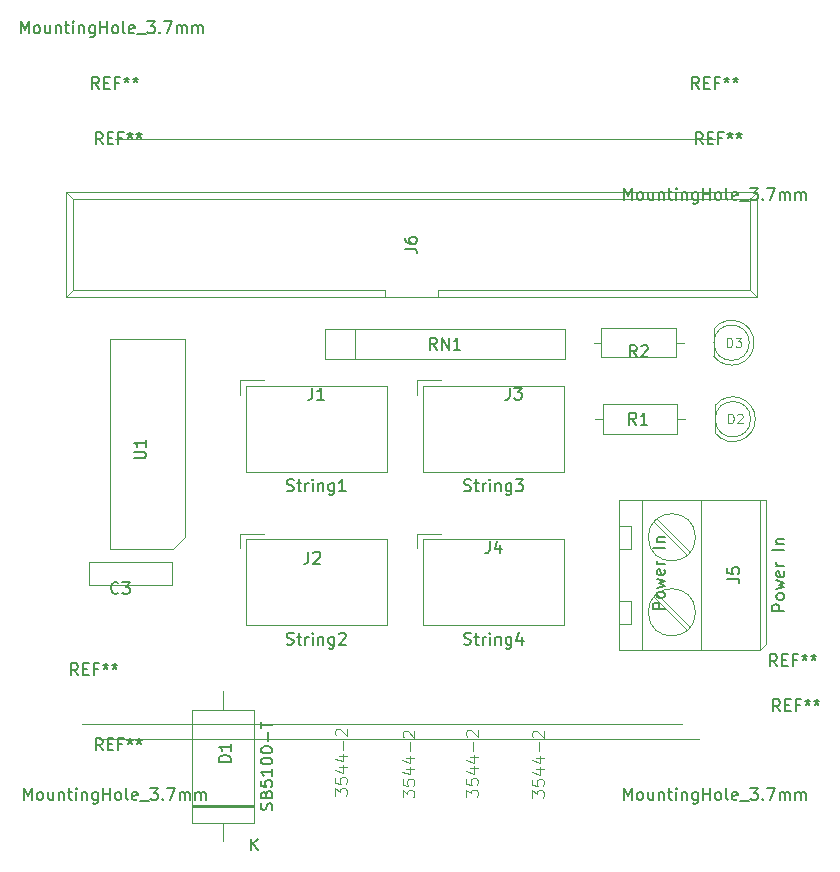
<source format=gbr>
G04 #@! TF.GenerationSoftware,KiCad,Pcbnew,(5.1.9)-1*
G04 #@! TF.CreationDate,2021-01-27T23:51:59-05:00*
G04 #@! TF.ProjectId,Four_Out,466f7572-5f4f-4757-942e-6b696361645f,v2*
G04 #@! TF.SameCoordinates,Original*
G04 #@! TF.FileFunction,Other,Fab,Top*
%FSLAX46Y46*%
G04 Gerber Fmt 4.6, Leading zero omitted, Abs format (unit mm)*
G04 Created by KiCad (PCBNEW (5.1.9)-1) date 2021-01-27 23:51:59*
%MOMM*%
%LPD*%
G01*
G04 APERTURE LIST*
%ADD10C,0.120000*%
%ADD11C,0.100000*%
%ADD12C,0.152400*%
%ADD13C,0.150000*%
%ADD14C,0.050000*%
G04 APERTURE END LIST*
D10*
X71431000Y-142239800D02*
X122231000Y-142239800D01*
X72731000Y-91439800D02*
X123531000Y-91439800D01*
X69931000Y-140969800D02*
X120731000Y-140969800D01*
D11*
X70551000Y-127217800D02*
X70551000Y-129217800D01*
X70551000Y-129217800D02*
X77551000Y-129217800D01*
X77551000Y-129217800D02*
X77551000Y-127217800D01*
X77551000Y-127217800D02*
X70551000Y-127217800D01*
X121901000Y-131517800D02*
G75*
G03*
X121901000Y-131517800I-2000000J0D01*
G01*
X121901000Y-125167800D02*
G75*
G03*
X121901000Y-125167800I-2000000J0D01*
G01*
X115401000Y-134692800D02*
X115401000Y-121992800D01*
X115401000Y-121992800D02*
X127901000Y-121992800D01*
X127901000Y-121992800D02*
X127901000Y-134192800D01*
X127901000Y-134192800D02*
X127401000Y-134692800D01*
X127401000Y-134692800D02*
X115401000Y-134692800D01*
X127401000Y-134692800D02*
X127401000Y-121992800D01*
X122401000Y-134692800D02*
X122401000Y-121992800D01*
X117401000Y-134692800D02*
X117401000Y-121992800D01*
X118628000Y-130000800D02*
X121418000Y-132790800D01*
X118384000Y-130244800D02*
X121174000Y-133034800D01*
X115401000Y-132517800D02*
X116401000Y-132517800D01*
X116401000Y-132517800D02*
X116401000Y-130517800D01*
X116401000Y-130517800D02*
X115401000Y-130517800D01*
X115401000Y-130517800D02*
X115401000Y-132517800D01*
X118628000Y-123650800D02*
X121418000Y-126439800D01*
X118384000Y-123894800D02*
X121174000Y-126683800D01*
X115401000Y-126167800D02*
X116401000Y-126167800D01*
X116401000Y-126167800D02*
X116401000Y-124167800D01*
X116401000Y-124167800D02*
X115401000Y-124167800D01*
X115401000Y-124167800D02*
X115401000Y-126167800D01*
X77666000Y-126137800D02*
X72316000Y-126137800D01*
X72316000Y-126137800D02*
X72316000Y-108357800D01*
X72316000Y-108357800D02*
X78666000Y-108357800D01*
X78666000Y-108357800D02*
X78666000Y-125137800D01*
X78666000Y-125137800D02*
X77666000Y-126137800D01*
X113935000Y-107441800D02*
X113935000Y-109941800D01*
X113935000Y-109941800D02*
X120235000Y-109941800D01*
X120235000Y-109941800D02*
X120235000Y-107441800D01*
X120235000Y-107441800D02*
X113935000Y-107441800D01*
X113275000Y-108691800D02*
X113935000Y-108691800D01*
X120895000Y-108691800D02*
X120235000Y-108691800D01*
X123571000Y-114001610D02*
X123571000Y-116333990D01*
X126571000Y-115167800D02*
G75*
G03*
X126571000Y-115167800I-1500000J0D01*
G01*
X123570445Y-116333276D02*
G75*
G03*
X123571000Y-114001610I1500555J1165476D01*
G01*
X123459000Y-107525610D02*
X123459000Y-109857990D01*
X126459000Y-108691800D02*
G75*
G03*
X126459000Y-108691800I-1500000J0D01*
G01*
X123458445Y-109857276D02*
G75*
G03*
X123459000Y-107525610I1500555J1165476D01*
G01*
X114061000Y-113917800D02*
X114061000Y-116417800D01*
X114061000Y-116417800D02*
X120361000Y-116417800D01*
X120361000Y-116417800D02*
X120361000Y-113917800D01*
X120361000Y-113917800D02*
X114061000Y-113917800D01*
X113401000Y-115167800D02*
X114061000Y-115167800D01*
X121021000Y-115167800D02*
X120361000Y-115167800D01*
X68621000Y-95962800D02*
X127081000Y-95962800D01*
X69161000Y-96512800D02*
X126521000Y-96512800D01*
X68621000Y-104812800D02*
X127081000Y-104812800D01*
X69161000Y-104262800D02*
X95601000Y-104262800D01*
X100101000Y-104262800D02*
X126521000Y-104262800D01*
X95601000Y-104262800D02*
X95601000Y-104812800D01*
X100101000Y-104262800D02*
X100101000Y-104812800D01*
X68621000Y-95962800D02*
X68621000Y-104812800D01*
X69161000Y-96512800D02*
X69161000Y-104262800D01*
X127081000Y-95962800D02*
X127081000Y-104812800D01*
X126521000Y-96512800D02*
X126521000Y-104262800D01*
X68621000Y-95962800D02*
X69161000Y-96512800D01*
X127081000Y-95962800D02*
X126521000Y-96512800D01*
X68621000Y-104812800D02*
X69161000Y-104262800D01*
X127081000Y-104812800D02*
X126521000Y-104262800D01*
X98850000Y-112350000D02*
X98850000Y-119600000D01*
X98850000Y-119600000D02*
X110750000Y-119600000D01*
X110750000Y-119600000D02*
X110750000Y-112350000D01*
X110750000Y-112350000D02*
X98850000Y-112350000D01*
X98350000Y-113100000D02*
X98350000Y-111850000D01*
X98350000Y-111850000D02*
X100350000Y-111850000D01*
X79301000Y-149317800D02*
X84501000Y-149317800D01*
X84501000Y-149317800D02*
X84501000Y-139817800D01*
X84501000Y-139817800D02*
X79301000Y-139817800D01*
X79301000Y-139817800D02*
X79301000Y-149317800D01*
X81901000Y-150917800D02*
X81901000Y-149317800D01*
X81901000Y-138217800D02*
X81901000Y-139817800D01*
X79301000Y-147892800D02*
X84501000Y-147892800D01*
X79301000Y-147792800D02*
X84501000Y-147792800D01*
X79301000Y-147992800D02*
X84501000Y-147992800D01*
X90511000Y-107563600D02*
X90511000Y-110063600D01*
X90511000Y-110063600D02*
X110871000Y-110063600D01*
X110871000Y-110063600D02*
X110871000Y-107563600D01*
X110871000Y-107563600D02*
X90511000Y-107563600D01*
X93071000Y-107563600D02*
X93071000Y-110063600D01*
X98850000Y-125350000D02*
X98850000Y-132600000D01*
X98850000Y-132600000D02*
X110750000Y-132600000D01*
X110750000Y-132600000D02*
X110750000Y-125350000D01*
X110750000Y-125350000D02*
X98850000Y-125350000D01*
X98350000Y-126100000D02*
X98350000Y-124850000D01*
X98350000Y-124850000D02*
X100350000Y-124850000D01*
X83850000Y-125350000D02*
X83850000Y-132600000D01*
X83850000Y-132600000D02*
X95750000Y-132600000D01*
X95750000Y-132600000D02*
X95750000Y-125350000D01*
X95750000Y-125350000D02*
X83850000Y-125350000D01*
X83350000Y-126100000D02*
X83350000Y-124850000D01*
X83350000Y-124850000D02*
X85350000Y-124850000D01*
X83850000Y-112350000D02*
X83850000Y-119600000D01*
X83850000Y-119600000D02*
X95750000Y-119600000D01*
X95750000Y-119600000D02*
X95750000Y-112350000D01*
X95750000Y-112350000D02*
X83850000Y-112350000D01*
X83350000Y-113100000D02*
X83350000Y-111850000D01*
X83350000Y-111850000D02*
X85350000Y-111850000D01*
D12*
X119296180Y-131259019D02*
X118296180Y-131259019D01*
X118296180Y-130878066D01*
X118343800Y-130782828D01*
X118391419Y-130735209D01*
X118486657Y-130687590D01*
X118629514Y-130687590D01*
X118724752Y-130735209D01*
X118772371Y-130782828D01*
X118819990Y-130878066D01*
X118819990Y-131259019D01*
X119296180Y-130116161D02*
X119248561Y-130211400D01*
X119200942Y-130259019D01*
X119105704Y-130306638D01*
X118819990Y-130306638D01*
X118724752Y-130259019D01*
X118677133Y-130211400D01*
X118629514Y-130116161D01*
X118629514Y-129973304D01*
X118677133Y-129878066D01*
X118724752Y-129830447D01*
X118819990Y-129782828D01*
X119105704Y-129782828D01*
X119200942Y-129830447D01*
X119248561Y-129878066D01*
X119296180Y-129973304D01*
X119296180Y-130116161D01*
X118629514Y-129449495D02*
X119296180Y-129259019D01*
X118819990Y-129068542D01*
X119296180Y-128878066D01*
X118629514Y-128687590D01*
X119248561Y-127925685D02*
X119296180Y-128020923D01*
X119296180Y-128211400D01*
X119248561Y-128306638D01*
X119153323Y-128354257D01*
X118772371Y-128354257D01*
X118677133Y-128306638D01*
X118629514Y-128211400D01*
X118629514Y-128020923D01*
X118677133Y-127925685D01*
X118772371Y-127878066D01*
X118867609Y-127878066D01*
X118962847Y-128354257D01*
X119296180Y-127449495D02*
X118629514Y-127449495D01*
X118819990Y-127449495D02*
X118724752Y-127401876D01*
X118677133Y-127354257D01*
X118629514Y-127259019D01*
X118629514Y-127163780D01*
X119296180Y-126068542D02*
X118296180Y-126068542D01*
X118629514Y-125592352D02*
X119296180Y-125592352D01*
X118724752Y-125592352D02*
X118677133Y-125544733D01*
X118629514Y-125449495D01*
X118629514Y-125306638D01*
X118677133Y-125211400D01*
X118772371Y-125163780D01*
X119296180Y-125163780D01*
D13*
X73034333Y-129874942D02*
X72986714Y-129922561D01*
X72843857Y-129970180D01*
X72748619Y-129970180D01*
X72605761Y-129922561D01*
X72510523Y-129827323D01*
X72462904Y-129732085D01*
X72415285Y-129541609D01*
X72415285Y-129398752D01*
X72462904Y-129208276D01*
X72510523Y-129113038D01*
X72605761Y-129017800D01*
X72748619Y-128970180D01*
X72843857Y-128970180D01*
X72986714Y-129017800D01*
X73034333Y-129065419D01*
X73367666Y-128970180D02*
X73986714Y-128970180D01*
X73653380Y-129351133D01*
X73796238Y-129351133D01*
X73891476Y-129398752D01*
X73939095Y-129446371D01*
X73986714Y-129541609D01*
X73986714Y-129779704D01*
X73939095Y-129874942D01*
X73891476Y-129922561D01*
X73796238Y-129970180D01*
X73510523Y-129970180D01*
X73415285Y-129922561D01*
X73367666Y-129874942D01*
X129413380Y-131390419D02*
X128413380Y-131390419D01*
X128413380Y-131009466D01*
X128461000Y-130914228D01*
X128508619Y-130866609D01*
X128603857Y-130818990D01*
X128746714Y-130818990D01*
X128841952Y-130866609D01*
X128889571Y-130914228D01*
X128937190Y-131009466D01*
X128937190Y-131390419D01*
X129413380Y-130247561D02*
X129365761Y-130342800D01*
X129318142Y-130390419D01*
X129222904Y-130438038D01*
X128937190Y-130438038D01*
X128841952Y-130390419D01*
X128794333Y-130342800D01*
X128746714Y-130247561D01*
X128746714Y-130104704D01*
X128794333Y-130009466D01*
X128841952Y-129961847D01*
X128937190Y-129914228D01*
X129222904Y-129914228D01*
X129318142Y-129961847D01*
X129365761Y-130009466D01*
X129413380Y-130104704D01*
X129413380Y-130247561D01*
X128746714Y-129580895D02*
X129413380Y-129390419D01*
X128937190Y-129199942D01*
X129413380Y-129009466D01*
X128746714Y-128818990D01*
X129365761Y-128057085D02*
X129413380Y-128152323D01*
X129413380Y-128342800D01*
X129365761Y-128438038D01*
X129270523Y-128485657D01*
X128889571Y-128485657D01*
X128794333Y-128438038D01*
X128746714Y-128342800D01*
X128746714Y-128152323D01*
X128794333Y-128057085D01*
X128889571Y-128009466D01*
X128984809Y-128009466D01*
X129080047Y-128485657D01*
X129413380Y-127580895D02*
X128746714Y-127580895D01*
X128937190Y-127580895D02*
X128841952Y-127533276D01*
X128794333Y-127485657D01*
X128746714Y-127390419D01*
X128746714Y-127295180D01*
X129413380Y-126199942D02*
X128413380Y-126199942D01*
X128746714Y-125723752D02*
X129413380Y-125723752D01*
X128841952Y-125723752D02*
X128794333Y-125676133D01*
X128746714Y-125580895D01*
X128746714Y-125438038D01*
X128794333Y-125342800D01*
X128889571Y-125295180D01*
X129413380Y-125295180D01*
X124603380Y-128676133D02*
X125317666Y-128676133D01*
X125460523Y-128723752D01*
X125555761Y-128818990D01*
X125603380Y-128961847D01*
X125603380Y-129057085D01*
X124603380Y-127723752D02*
X124603380Y-128199942D01*
X125079571Y-128247561D01*
X125031952Y-128199942D01*
X124984333Y-128104704D01*
X124984333Y-127866609D01*
X125031952Y-127771371D01*
X125079571Y-127723752D01*
X125174809Y-127676133D01*
X125412904Y-127676133D01*
X125508142Y-127723752D01*
X125555761Y-127771371D01*
X125603380Y-127866609D01*
X125603380Y-128104704D01*
X125555761Y-128199942D01*
X125508142Y-128247561D01*
X74353380Y-118479704D02*
X75162904Y-118479704D01*
X75258142Y-118432085D01*
X75305761Y-118384466D01*
X75353380Y-118289228D01*
X75353380Y-118098752D01*
X75305761Y-118003514D01*
X75258142Y-117955895D01*
X75162904Y-117908276D01*
X74353380Y-117908276D01*
X75353380Y-116908276D02*
X75353380Y-117479704D01*
X75353380Y-117193990D02*
X74353380Y-117193990D01*
X74496238Y-117289228D01*
X74591476Y-117384466D01*
X74639095Y-117479704D01*
X122197666Y-87192180D02*
X121864333Y-86715990D01*
X121626238Y-87192180D02*
X121626238Y-86192180D01*
X122007190Y-86192180D01*
X122102428Y-86239800D01*
X122150047Y-86287419D01*
X122197666Y-86382657D01*
X122197666Y-86525514D01*
X122150047Y-86620752D01*
X122102428Y-86668371D01*
X122007190Y-86715990D01*
X121626238Y-86715990D01*
X122626238Y-86668371D02*
X122959571Y-86668371D01*
X123102428Y-87192180D02*
X122626238Y-87192180D01*
X122626238Y-86192180D01*
X123102428Y-86192180D01*
X123864333Y-86668371D02*
X123531000Y-86668371D01*
X123531000Y-87192180D02*
X123531000Y-86192180D01*
X124007190Y-86192180D01*
X124531000Y-86192180D02*
X124531000Y-86430276D01*
X124292904Y-86335038D02*
X124531000Y-86430276D01*
X124769095Y-86335038D01*
X124388142Y-86620752D02*
X124531000Y-86430276D01*
X124673857Y-86620752D01*
X125292904Y-86192180D02*
X125292904Y-86430276D01*
X125054809Y-86335038D02*
X125292904Y-86430276D01*
X125531000Y-86335038D01*
X125150047Y-86620752D02*
X125292904Y-86430276D01*
X125435761Y-86620752D01*
X115840523Y-96592180D02*
X115840523Y-95592180D01*
X116173857Y-96306466D01*
X116507190Y-95592180D01*
X116507190Y-96592180D01*
X117126238Y-96592180D02*
X117031000Y-96544561D01*
X116983380Y-96496942D01*
X116935761Y-96401704D01*
X116935761Y-96115990D01*
X116983380Y-96020752D01*
X117031000Y-95973133D01*
X117126238Y-95925514D01*
X117269095Y-95925514D01*
X117364333Y-95973133D01*
X117411952Y-96020752D01*
X117459571Y-96115990D01*
X117459571Y-96401704D01*
X117411952Y-96496942D01*
X117364333Y-96544561D01*
X117269095Y-96592180D01*
X117126238Y-96592180D01*
X118316714Y-95925514D02*
X118316714Y-96592180D01*
X117888142Y-95925514D02*
X117888142Y-96449323D01*
X117935761Y-96544561D01*
X118031000Y-96592180D01*
X118173857Y-96592180D01*
X118269095Y-96544561D01*
X118316714Y-96496942D01*
X118792904Y-95925514D02*
X118792904Y-96592180D01*
X118792904Y-96020752D02*
X118840523Y-95973133D01*
X118935761Y-95925514D01*
X119078619Y-95925514D01*
X119173857Y-95973133D01*
X119221476Y-96068371D01*
X119221476Y-96592180D01*
X119554809Y-95925514D02*
X119935761Y-95925514D01*
X119697666Y-95592180D02*
X119697666Y-96449323D01*
X119745285Y-96544561D01*
X119840523Y-96592180D01*
X119935761Y-96592180D01*
X120269095Y-96592180D02*
X120269095Y-95925514D01*
X120269095Y-95592180D02*
X120221476Y-95639800D01*
X120269095Y-95687419D01*
X120316714Y-95639800D01*
X120269095Y-95592180D01*
X120269095Y-95687419D01*
X120745285Y-95925514D02*
X120745285Y-96592180D01*
X120745285Y-96020752D02*
X120792904Y-95973133D01*
X120888142Y-95925514D01*
X121031000Y-95925514D01*
X121126238Y-95973133D01*
X121173857Y-96068371D01*
X121173857Y-96592180D01*
X122078619Y-95925514D02*
X122078619Y-96735038D01*
X122031000Y-96830276D01*
X121983380Y-96877895D01*
X121888142Y-96925514D01*
X121745285Y-96925514D01*
X121650047Y-96877895D01*
X122078619Y-96544561D02*
X121983380Y-96592180D01*
X121792904Y-96592180D01*
X121697666Y-96544561D01*
X121650047Y-96496942D01*
X121602428Y-96401704D01*
X121602428Y-96115990D01*
X121650047Y-96020752D01*
X121697666Y-95973133D01*
X121792904Y-95925514D01*
X121983380Y-95925514D01*
X122078619Y-95973133D01*
X122554809Y-96592180D02*
X122554809Y-95592180D01*
X122554809Y-96068371D02*
X123126238Y-96068371D01*
X123126238Y-96592180D02*
X123126238Y-95592180D01*
X123745285Y-96592180D02*
X123650047Y-96544561D01*
X123602428Y-96496942D01*
X123554809Y-96401704D01*
X123554809Y-96115990D01*
X123602428Y-96020752D01*
X123650047Y-95973133D01*
X123745285Y-95925514D01*
X123888142Y-95925514D01*
X123983380Y-95973133D01*
X124031000Y-96020752D01*
X124078619Y-96115990D01*
X124078619Y-96401704D01*
X124031000Y-96496942D01*
X123983380Y-96544561D01*
X123888142Y-96592180D01*
X123745285Y-96592180D01*
X124650047Y-96592180D02*
X124554809Y-96544561D01*
X124507190Y-96449323D01*
X124507190Y-95592180D01*
X125411952Y-96544561D02*
X125316714Y-96592180D01*
X125126238Y-96592180D01*
X125031000Y-96544561D01*
X124983380Y-96449323D01*
X124983380Y-96068371D01*
X125031000Y-95973133D01*
X125126238Y-95925514D01*
X125316714Y-95925514D01*
X125411952Y-95973133D01*
X125459571Y-96068371D01*
X125459571Y-96163609D01*
X124983380Y-96258847D01*
X125650047Y-96687419D02*
X126411952Y-96687419D01*
X126554809Y-95592180D02*
X127173857Y-95592180D01*
X126840523Y-95973133D01*
X126983380Y-95973133D01*
X127078619Y-96020752D01*
X127126238Y-96068371D01*
X127173857Y-96163609D01*
X127173857Y-96401704D01*
X127126238Y-96496942D01*
X127078619Y-96544561D01*
X126983380Y-96592180D01*
X126697666Y-96592180D01*
X126602428Y-96544561D01*
X126554809Y-96496942D01*
X127602428Y-96496942D02*
X127650047Y-96544561D01*
X127602428Y-96592180D01*
X127554809Y-96544561D01*
X127602428Y-96496942D01*
X127602428Y-96592180D01*
X127983380Y-95592180D02*
X128650047Y-95592180D01*
X128221476Y-96592180D01*
X129030999Y-96592180D02*
X129030999Y-95925514D01*
X129030999Y-96020752D02*
X129078619Y-95973133D01*
X129173857Y-95925514D01*
X129316714Y-95925514D01*
X129411952Y-95973133D01*
X129459571Y-96068371D01*
X129459571Y-96592180D01*
X129459571Y-96068371D02*
X129507190Y-95973133D01*
X129602428Y-95925514D01*
X129745285Y-95925514D01*
X129840523Y-95973133D01*
X129888142Y-96068371D01*
X129888142Y-96592180D01*
X130364333Y-96592180D02*
X130364333Y-95925514D01*
X130364333Y-96020752D02*
X130411952Y-95973133D01*
X130507190Y-95925514D01*
X130650047Y-95925514D01*
X130745285Y-95973133D01*
X130792904Y-96068371D01*
X130792904Y-96592180D01*
X130792904Y-96068371D02*
X130840523Y-95973133D01*
X130935761Y-95925514D01*
X131078619Y-95925514D01*
X131173857Y-95973133D01*
X131221476Y-96068371D01*
X131221476Y-96592180D01*
X122497666Y-91892180D02*
X122164333Y-91415990D01*
X121926238Y-91892180D02*
X121926238Y-90892180D01*
X122307190Y-90892180D01*
X122402428Y-90939800D01*
X122450047Y-90987419D01*
X122497666Y-91082657D01*
X122497666Y-91225514D01*
X122450047Y-91320752D01*
X122402428Y-91368371D01*
X122307190Y-91415990D01*
X121926238Y-91415990D01*
X122926238Y-91368371D02*
X123259571Y-91368371D01*
X123402428Y-91892180D02*
X122926238Y-91892180D01*
X122926238Y-90892180D01*
X123402428Y-90892180D01*
X124164333Y-91368371D02*
X123831000Y-91368371D01*
X123831000Y-91892180D02*
X123831000Y-90892180D01*
X124307190Y-90892180D01*
X124831000Y-90892180D02*
X124831000Y-91130276D01*
X124592904Y-91035038D02*
X124831000Y-91130276D01*
X125069095Y-91035038D01*
X124688142Y-91320752D02*
X124831000Y-91130276D01*
X124973857Y-91320752D01*
X125592904Y-90892180D02*
X125592904Y-91130276D01*
X125354809Y-91035038D02*
X125592904Y-91130276D01*
X125831000Y-91035038D01*
X125450047Y-91320752D02*
X125592904Y-91130276D01*
X125735761Y-91320752D01*
X71397666Y-87192180D02*
X71064333Y-86715990D01*
X70826238Y-87192180D02*
X70826238Y-86192180D01*
X71207190Y-86192180D01*
X71302428Y-86239800D01*
X71350047Y-86287419D01*
X71397666Y-86382657D01*
X71397666Y-86525514D01*
X71350047Y-86620752D01*
X71302428Y-86668371D01*
X71207190Y-86715990D01*
X70826238Y-86715990D01*
X71826238Y-86668371D02*
X72159571Y-86668371D01*
X72302428Y-87192180D02*
X71826238Y-87192180D01*
X71826238Y-86192180D01*
X72302428Y-86192180D01*
X73064333Y-86668371D02*
X72731000Y-86668371D01*
X72731000Y-87192180D02*
X72731000Y-86192180D01*
X73207190Y-86192180D01*
X73731000Y-86192180D02*
X73731000Y-86430276D01*
X73492904Y-86335038D02*
X73731000Y-86430276D01*
X73969095Y-86335038D01*
X73588142Y-86620752D02*
X73731000Y-86430276D01*
X73873857Y-86620752D01*
X74492904Y-86192180D02*
X74492904Y-86430276D01*
X74254809Y-86335038D02*
X74492904Y-86430276D01*
X74731000Y-86335038D01*
X74350047Y-86620752D02*
X74492904Y-86430276D01*
X74635761Y-86620752D01*
X64786523Y-82494180D02*
X64786523Y-81494180D01*
X65119857Y-82208466D01*
X65453190Y-81494180D01*
X65453190Y-82494180D01*
X66072238Y-82494180D02*
X65976999Y-82446561D01*
X65929380Y-82398942D01*
X65881761Y-82303704D01*
X65881761Y-82017990D01*
X65929380Y-81922752D01*
X65976999Y-81875133D01*
X66072238Y-81827514D01*
X66215095Y-81827514D01*
X66310333Y-81875133D01*
X66357952Y-81922752D01*
X66405571Y-82017990D01*
X66405571Y-82303704D01*
X66357952Y-82398942D01*
X66310333Y-82446561D01*
X66215095Y-82494180D01*
X66072238Y-82494180D01*
X67262714Y-81827514D02*
X67262714Y-82494180D01*
X66834142Y-81827514D02*
X66834142Y-82351323D01*
X66881761Y-82446561D01*
X66976999Y-82494180D01*
X67119857Y-82494180D01*
X67215095Y-82446561D01*
X67262714Y-82398942D01*
X67738904Y-81827514D02*
X67738904Y-82494180D01*
X67738904Y-81922752D02*
X67786523Y-81875133D01*
X67881761Y-81827514D01*
X68024619Y-81827514D01*
X68119857Y-81875133D01*
X68167476Y-81970371D01*
X68167476Y-82494180D01*
X68500809Y-81827514D02*
X68881761Y-81827514D01*
X68643666Y-81494180D02*
X68643666Y-82351323D01*
X68691285Y-82446561D01*
X68786523Y-82494180D01*
X68881761Y-82494180D01*
X69215095Y-82494180D02*
X69215095Y-81827514D01*
X69215095Y-81494180D02*
X69167476Y-81541800D01*
X69215095Y-81589419D01*
X69262714Y-81541800D01*
X69215095Y-81494180D01*
X69215095Y-81589419D01*
X69691285Y-81827514D02*
X69691285Y-82494180D01*
X69691285Y-81922752D02*
X69738904Y-81875133D01*
X69834142Y-81827514D01*
X69977000Y-81827514D01*
X70072238Y-81875133D01*
X70119857Y-81970371D01*
X70119857Y-82494180D01*
X71024619Y-81827514D02*
X71024619Y-82637038D01*
X70977000Y-82732276D01*
X70929380Y-82779895D01*
X70834142Y-82827514D01*
X70691285Y-82827514D01*
X70596047Y-82779895D01*
X71024619Y-82446561D02*
X70929380Y-82494180D01*
X70738904Y-82494180D01*
X70643666Y-82446561D01*
X70596047Y-82398942D01*
X70548428Y-82303704D01*
X70548428Y-82017990D01*
X70596047Y-81922752D01*
X70643666Y-81875133D01*
X70738904Y-81827514D01*
X70929380Y-81827514D01*
X71024619Y-81875133D01*
X71500809Y-82494180D02*
X71500809Y-81494180D01*
X71500809Y-81970371D02*
X72072238Y-81970371D01*
X72072238Y-82494180D02*
X72072238Y-81494180D01*
X72691285Y-82494180D02*
X72596047Y-82446561D01*
X72548428Y-82398942D01*
X72500809Y-82303704D01*
X72500809Y-82017990D01*
X72548428Y-81922752D01*
X72596047Y-81875133D01*
X72691285Y-81827514D01*
X72834142Y-81827514D01*
X72929380Y-81875133D01*
X72977000Y-81922752D01*
X73024619Y-82017990D01*
X73024619Y-82303704D01*
X72977000Y-82398942D01*
X72929380Y-82446561D01*
X72834142Y-82494180D01*
X72691285Y-82494180D01*
X73596047Y-82494180D02*
X73500809Y-82446561D01*
X73453190Y-82351323D01*
X73453190Y-81494180D01*
X74357952Y-82446561D02*
X74262714Y-82494180D01*
X74072238Y-82494180D01*
X73977000Y-82446561D01*
X73929380Y-82351323D01*
X73929380Y-81970371D01*
X73977000Y-81875133D01*
X74072238Y-81827514D01*
X74262714Y-81827514D01*
X74357952Y-81875133D01*
X74405571Y-81970371D01*
X74405571Y-82065609D01*
X73929380Y-82160847D01*
X74596047Y-82589419D02*
X75357952Y-82589419D01*
X75500809Y-81494180D02*
X76119857Y-81494180D01*
X75786523Y-81875133D01*
X75929380Y-81875133D01*
X76024619Y-81922752D01*
X76072238Y-81970371D01*
X76119857Y-82065609D01*
X76119857Y-82303704D01*
X76072238Y-82398942D01*
X76024619Y-82446561D01*
X75929380Y-82494180D01*
X75643666Y-82494180D01*
X75548428Y-82446561D01*
X75500809Y-82398942D01*
X76548428Y-82398942D02*
X76596047Y-82446561D01*
X76548428Y-82494180D01*
X76500809Y-82446561D01*
X76548428Y-82398942D01*
X76548428Y-82494180D01*
X76929380Y-81494180D02*
X77596047Y-81494180D01*
X77167476Y-82494180D01*
X77976999Y-82494180D02*
X77976999Y-81827514D01*
X77976999Y-81922752D02*
X78024619Y-81875133D01*
X78119857Y-81827514D01*
X78262714Y-81827514D01*
X78357952Y-81875133D01*
X78405571Y-81970371D01*
X78405571Y-82494180D01*
X78405571Y-81970371D02*
X78453190Y-81875133D01*
X78548428Y-81827514D01*
X78691285Y-81827514D01*
X78786523Y-81875133D01*
X78834142Y-81970371D01*
X78834142Y-82494180D01*
X79310333Y-82494180D02*
X79310333Y-81827514D01*
X79310333Y-81922752D02*
X79357952Y-81875133D01*
X79453190Y-81827514D01*
X79596047Y-81827514D01*
X79691285Y-81875133D01*
X79738904Y-81970371D01*
X79738904Y-82494180D01*
X79738904Y-81970371D02*
X79786523Y-81875133D01*
X79881761Y-81827514D01*
X80024619Y-81827514D01*
X80119857Y-81875133D01*
X80167476Y-81970371D01*
X80167476Y-82494180D01*
X71697666Y-91892180D02*
X71364333Y-91415990D01*
X71126238Y-91892180D02*
X71126238Y-90892180D01*
X71507190Y-90892180D01*
X71602428Y-90939800D01*
X71650047Y-90987419D01*
X71697666Y-91082657D01*
X71697666Y-91225514D01*
X71650047Y-91320752D01*
X71602428Y-91368371D01*
X71507190Y-91415990D01*
X71126238Y-91415990D01*
X72126238Y-91368371D02*
X72459571Y-91368371D01*
X72602428Y-91892180D02*
X72126238Y-91892180D01*
X72126238Y-90892180D01*
X72602428Y-90892180D01*
X73364333Y-91368371D02*
X73031000Y-91368371D01*
X73031000Y-91892180D02*
X73031000Y-90892180D01*
X73507190Y-90892180D01*
X74031000Y-90892180D02*
X74031000Y-91130276D01*
X73792904Y-91035038D02*
X74031000Y-91130276D01*
X74269095Y-91035038D01*
X73888142Y-91320752D02*
X74031000Y-91130276D01*
X74173857Y-91320752D01*
X74792904Y-90892180D02*
X74792904Y-91130276D01*
X74554809Y-91035038D02*
X74792904Y-91130276D01*
X75031000Y-91035038D01*
X74650047Y-91320752D02*
X74792904Y-91130276D01*
X74935761Y-91320752D01*
X129055666Y-139898180D02*
X128722333Y-139421990D01*
X128484238Y-139898180D02*
X128484238Y-138898180D01*
X128865190Y-138898180D01*
X128960428Y-138945800D01*
X129008047Y-138993419D01*
X129055666Y-139088657D01*
X129055666Y-139231514D01*
X129008047Y-139326752D01*
X128960428Y-139374371D01*
X128865190Y-139421990D01*
X128484238Y-139421990D01*
X129484238Y-139374371D02*
X129817571Y-139374371D01*
X129960428Y-139898180D02*
X129484238Y-139898180D01*
X129484238Y-138898180D01*
X129960428Y-138898180D01*
X130722333Y-139374371D02*
X130389000Y-139374371D01*
X130389000Y-139898180D02*
X130389000Y-138898180D01*
X130865190Y-138898180D01*
X131389000Y-138898180D02*
X131389000Y-139136276D01*
X131150904Y-139041038D02*
X131389000Y-139136276D01*
X131627095Y-139041038D01*
X131246142Y-139326752D02*
X131389000Y-139136276D01*
X131531857Y-139326752D01*
X132150904Y-138898180D02*
X132150904Y-139136276D01*
X131912809Y-139041038D02*
X132150904Y-139136276D01*
X132389000Y-139041038D01*
X132008047Y-139326752D02*
X132150904Y-139136276D01*
X132293761Y-139326752D01*
X115840523Y-147392180D02*
X115840523Y-146392180D01*
X116173857Y-147106466D01*
X116507190Y-146392180D01*
X116507190Y-147392180D01*
X117126238Y-147392180D02*
X117031000Y-147344561D01*
X116983380Y-147296942D01*
X116935761Y-147201704D01*
X116935761Y-146915990D01*
X116983380Y-146820752D01*
X117031000Y-146773133D01*
X117126238Y-146725514D01*
X117269095Y-146725514D01*
X117364333Y-146773133D01*
X117411952Y-146820752D01*
X117459571Y-146915990D01*
X117459571Y-147201704D01*
X117411952Y-147296942D01*
X117364333Y-147344561D01*
X117269095Y-147392180D01*
X117126238Y-147392180D01*
X118316714Y-146725514D02*
X118316714Y-147392180D01*
X117888142Y-146725514D02*
X117888142Y-147249323D01*
X117935761Y-147344561D01*
X118031000Y-147392180D01*
X118173857Y-147392180D01*
X118269095Y-147344561D01*
X118316714Y-147296942D01*
X118792904Y-146725514D02*
X118792904Y-147392180D01*
X118792904Y-146820752D02*
X118840523Y-146773133D01*
X118935761Y-146725514D01*
X119078619Y-146725514D01*
X119173857Y-146773133D01*
X119221476Y-146868371D01*
X119221476Y-147392180D01*
X119554809Y-146725514D02*
X119935761Y-146725514D01*
X119697666Y-146392180D02*
X119697666Y-147249323D01*
X119745285Y-147344561D01*
X119840523Y-147392180D01*
X119935761Y-147392180D01*
X120269095Y-147392180D02*
X120269095Y-146725514D01*
X120269095Y-146392180D02*
X120221476Y-146439800D01*
X120269095Y-146487419D01*
X120316714Y-146439800D01*
X120269095Y-146392180D01*
X120269095Y-146487419D01*
X120745285Y-146725514D02*
X120745285Y-147392180D01*
X120745285Y-146820752D02*
X120792904Y-146773133D01*
X120888142Y-146725514D01*
X121031000Y-146725514D01*
X121126238Y-146773133D01*
X121173857Y-146868371D01*
X121173857Y-147392180D01*
X122078619Y-146725514D02*
X122078619Y-147535038D01*
X122031000Y-147630276D01*
X121983380Y-147677895D01*
X121888142Y-147725514D01*
X121745285Y-147725514D01*
X121650047Y-147677895D01*
X122078619Y-147344561D02*
X121983380Y-147392180D01*
X121792904Y-147392180D01*
X121697666Y-147344561D01*
X121650047Y-147296942D01*
X121602428Y-147201704D01*
X121602428Y-146915990D01*
X121650047Y-146820752D01*
X121697666Y-146773133D01*
X121792904Y-146725514D01*
X121983380Y-146725514D01*
X122078619Y-146773133D01*
X122554809Y-147392180D02*
X122554809Y-146392180D01*
X122554809Y-146868371D02*
X123126238Y-146868371D01*
X123126238Y-147392180D02*
X123126238Y-146392180D01*
X123745285Y-147392180D02*
X123650047Y-147344561D01*
X123602428Y-147296942D01*
X123554809Y-147201704D01*
X123554809Y-146915990D01*
X123602428Y-146820752D01*
X123650047Y-146773133D01*
X123745285Y-146725514D01*
X123888142Y-146725514D01*
X123983380Y-146773133D01*
X124031000Y-146820752D01*
X124078619Y-146915990D01*
X124078619Y-147201704D01*
X124031000Y-147296942D01*
X123983380Y-147344561D01*
X123888142Y-147392180D01*
X123745285Y-147392180D01*
X124650047Y-147392180D02*
X124554809Y-147344561D01*
X124507190Y-147249323D01*
X124507190Y-146392180D01*
X125411952Y-147344561D02*
X125316714Y-147392180D01*
X125126238Y-147392180D01*
X125031000Y-147344561D01*
X124983380Y-147249323D01*
X124983380Y-146868371D01*
X125031000Y-146773133D01*
X125126238Y-146725514D01*
X125316714Y-146725514D01*
X125411952Y-146773133D01*
X125459571Y-146868371D01*
X125459571Y-146963609D01*
X124983380Y-147058847D01*
X125650047Y-147487419D02*
X126411952Y-147487419D01*
X126554809Y-146392180D02*
X127173857Y-146392180D01*
X126840523Y-146773133D01*
X126983380Y-146773133D01*
X127078619Y-146820752D01*
X127126238Y-146868371D01*
X127173857Y-146963609D01*
X127173857Y-147201704D01*
X127126238Y-147296942D01*
X127078619Y-147344561D01*
X126983380Y-147392180D01*
X126697666Y-147392180D01*
X126602428Y-147344561D01*
X126554809Y-147296942D01*
X127602428Y-147296942D02*
X127650047Y-147344561D01*
X127602428Y-147392180D01*
X127554809Y-147344561D01*
X127602428Y-147296942D01*
X127602428Y-147392180D01*
X127983380Y-146392180D02*
X128650047Y-146392180D01*
X128221476Y-147392180D01*
X129030999Y-147392180D02*
X129030999Y-146725514D01*
X129030999Y-146820752D02*
X129078619Y-146773133D01*
X129173857Y-146725514D01*
X129316714Y-146725514D01*
X129411952Y-146773133D01*
X129459571Y-146868371D01*
X129459571Y-147392180D01*
X129459571Y-146868371D02*
X129507190Y-146773133D01*
X129602428Y-146725514D01*
X129745285Y-146725514D01*
X129840523Y-146773133D01*
X129888142Y-146868371D01*
X129888142Y-147392180D01*
X130364333Y-147392180D02*
X130364333Y-146725514D01*
X130364333Y-146820752D02*
X130411952Y-146773133D01*
X130507190Y-146725514D01*
X130650047Y-146725514D01*
X130745285Y-146773133D01*
X130792904Y-146868371D01*
X130792904Y-147392180D01*
X130792904Y-146868371D02*
X130840523Y-146773133D01*
X130935761Y-146725514D01*
X131078619Y-146725514D01*
X131173857Y-146773133D01*
X131221476Y-146868371D01*
X131221476Y-147392180D01*
X128801666Y-136088180D02*
X128468333Y-135611990D01*
X128230238Y-136088180D02*
X128230238Y-135088180D01*
X128611190Y-135088180D01*
X128706428Y-135135800D01*
X128754047Y-135183419D01*
X128801666Y-135278657D01*
X128801666Y-135421514D01*
X128754047Y-135516752D01*
X128706428Y-135564371D01*
X128611190Y-135611990D01*
X128230238Y-135611990D01*
X129230238Y-135564371D02*
X129563571Y-135564371D01*
X129706428Y-136088180D02*
X129230238Y-136088180D01*
X129230238Y-135088180D01*
X129706428Y-135088180D01*
X130468333Y-135564371D02*
X130135000Y-135564371D01*
X130135000Y-136088180D02*
X130135000Y-135088180D01*
X130611190Y-135088180D01*
X131135000Y-135088180D02*
X131135000Y-135326276D01*
X130896904Y-135231038D02*
X131135000Y-135326276D01*
X131373095Y-135231038D01*
X130992142Y-135516752D02*
X131135000Y-135326276D01*
X131277857Y-135516752D01*
X131896904Y-135088180D02*
X131896904Y-135326276D01*
X131658809Y-135231038D02*
X131896904Y-135326276D01*
X132135000Y-135231038D01*
X131754047Y-135516752D02*
X131896904Y-135326276D01*
X132039761Y-135516752D01*
X69619666Y-136850180D02*
X69286333Y-136373990D01*
X69048238Y-136850180D02*
X69048238Y-135850180D01*
X69429190Y-135850180D01*
X69524428Y-135897800D01*
X69572047Y-135945419D01*
X69619666Y-136040657D01*
X69619666Y-136183514D01*
X69572047Y-136278752D01*
X69524428Y-136326371D01*
X69429190Y-136373990D01*
X69048238Y-136373990D01*
X70048238Y-136326371D02*
X70381571Y-136326371D01*
X70524428Y-136850180D02*
X70048238Y-136850180D01*
X70048238Y-135850180D01*
X70524428Y-135850180D01*
X71286333Y-136326371D02*
X70953000Y-136326371D01*
X70953000Y-136850180D02*
X70953000Y-135850180D01*
X71429190Y-135850180D01*
X71953000Y-135850180D02*
X71953000Y-136088276D01*
X71714904Y-135993038D02*
X71953000Y-136088276D01*
X72191095Y-135993038D01*
X71810142Y-136278752D02*
X71953000Y-136088276D01*
X72095857Y-136278752D01*
X72714904Y-135850180D02*
X72714904Y-136088276D01*
X72476809Y-135993038D02*
X72714904Y-136088276D01*
X72953000Y-135993038D01*
X72572047Y-136278752D02*
X72714904Y-136088276D01*
X72857761Y-136278752D01*
X65040523Y-147392180D02*
X65040523Y-146392180D01*
X65373857Y-147106466D01*
X65707190Y-146392180D01*
X65707190Y-147392180D01*
X66326238Y-147392180D02*
X66230999Y-147344561D01*
X66183380Y-147296942D01*
X66135761Y-147201704D01*
X66135761Y-146915990D01*
X66183380Y-146820752D01*
X66230999Y-146773133D01*
X66326238Y-146725514D01*
X66469095Y-146725514D01*
X66564333Y-146773133D01*
X66611952Y-146820752D01*
X66659571Y-146915990D01*
X66659571Y-147201704D01*
X66611952Y-147296942D01*
X66564333Y-147344561D01*
X66469095Y-147392180D01*
X66326238Y-147392180D01*
X67516714Y-146725514D02*
X67516714Y-147392180D01*
X67088142Y-146725514D02*
X67088142Y-147249323D01*
X67135761Y-147344561D01*
X67231000Y-147392180D01*
X67373857Y-147392180D01*
X67469095Y-147344561D01*
X67516714Y-147296942D01*
X67992904Y-146725514D02*
X67992904Y-147392180D01*
X67992904Y-146820752D02*
X68040523Y-146773133D01*
X68135761Y-146725514D01*
X68278619Y-146725514D01*
X68373857Y-146773133D01*
X68421476Y-146868371D01*
X68421476Y-147392180D01*
X68754809Y-146725514D02*
X69135761Y-146725514D01*
X68897666Y-146392180D02*
X68897666Y-147249323D01*
X68945285Y-147344561D01*
X69040523Y-147392180D01*
X69135761Y-147392180D01*
X69469095Y-147392180D02*
X69469095Y-146725514D01*
X69469095Y-146392180D02*
X69421476Y-146439800D01*
X69469095Y-146487419D01*
X69516714Y-146439800D01*
X69469095Y-146392180D01*
X69469095Y-146487419D01*
X69945285Y-146725514D02*
X69945285Y-147392180D01*
X69945285Y-146820752D02*
X69992904Y-146773133D01*
X70088142Y-146725514D01*
X70231000Y-146725514D01*
X70326238Y-146773133D01*
X70373857Y-146868371D01*
X70373857Y-147392180D01*
X71278619Y-146725514D02*
X71278619Y-147535038D01*
X71231000Y-147630276D01*
X71183380Y-147677895D01*
X71088142Y-147725514D01*
X70945285Y-147725514D01*
X70850047Y-147677895D01*
X71278619Y-147344561D02*
X71183380Y-147392180D01*
X70992904Y-147392180D01*
X70897666Y-147344561D01*
X70850047Y-147296942D01*
X70802428Y-147201704D01*
X70802428Y-146915990D01*
X70850047Y-146820752D01*
X70897666Y-146773133D01*
X70992904Y-146725514D01*
X71183380Y-146725514D01*
X71278619Y-146773133D01*
X71754809Y-147392180D02*
X71754809Y-146392180D01*
X71754809Y-146868371D02*
X72326238Y-146868371D01*
X72326238Y-147392180D02*
X72326238Y-146392180D01*
X72945285Y-147392180D02*
X72850047Y-147344561D01*
X72802428Y-147296942D01*
X72754809Y-147201704D01*
X72754809Y-146915990D01*
X72802428Y-146820752D01*
X72850047Y-146773133D01*
X72945285Y-146725514D01*
X73088142Y-146725514D01*
X73183380Y-146773133D01*
X73231000Y-146820752D01*
X73278619Y-146915990D01*
X73278619Y-147201704D01*
X73231000Y-147296942D01*
X73183380Y-147344561D01*
X73088142Y-147392180D01*
X72945285Y-147392180D01*
X73850047Y-147392180D02*
X73754809Y-147344561D01*
X73707190Y-147249323D01*
X73707190Y-146392180D01*
X74611952Y-147344561D02*
X74516714Y-147392180D01*
X74326238Y-147392180D01*
X74231000Y-147344561D01*
X74183380Y-147249323D01*
X74183380Y-146868371D01*
X74231000Y-146773133D01*
X74326238Y-146725514D01*
X74516714Y-146725514D01*
X74611952Y-146773133D01*
X74659571Y-146868371D01*
X74659571Y-146963609D01*
X74183380Y-147058847D01*
X74850047Y-147487419D02*
X75611952Y-147487419D01*
X75754809Y-146392180D02*
X76373857Y-146392180D01*
X76040523Y-146773133D01*
X76183380Y-146773133D01*
X76278619Y-146820752D01*
X76326238Y-146868371D01*
X76373857Y-146963609D01*
X76373857Y-147201704D01*
X76326238Y-147296942D01*
X76278619Y-147344561D01*
X76183380Y-147392180D01*
X75897666Y-147392180D01*
X75802428Y-147344561D01*
X75754809Y-147296942D01*
X76802428Y-147296942D02*
X76850047Y-147344561D01*
X76802428Y-147392180D01*
X76754809Y-147344561D01*
X76802428Y-147296942D01*
X76802428Y-147392180D01*
X77183380Y-146392180D02*
X77850047Y-146392180D01*
X77421476Y-147392180D01*
X78230999Y-147392180D02*
X78230999Y-146725514D01*
X78230999Y-146820752D02*
X78278619Y-146773133D01*
X78373857Y-146725514D01*
X78516714Y-146725514D01*
X78611952Y-146773133D01*
X78659571Y-146868371D01*
X78659571Y-147392180D01*
X78659571Y-146868371D02*
X78707190Y-146773133D01*
X78802428Y-146725514D01*
X78945285Y-146725514D01*
X79040523Y-146773133D01*
X79088142Y-146868371D01*
X79088142Y-147392180D01*
X79564333Y-147392180D02*
X79564333Y-146725514D01*
X79564333Y-146820752D02*
X79611952Y-146773133D01*
X79707190Y-146725514D01*
X79850047Y-146725514D01*
X79945285Y-146773133D01*
X79992904Y-146868371D01*
X79992904Y-147392180D01*
X79992904Y-146868371D02*
X80040523Y-146773133D01*
X80135761Y-146725514D01*
X80278619Y-146725514D01*
X80373857Y-146773133D01*
X80421476Y-146868371D01*
X80421476Y-147392180D01*
X71697666Y-143200180D02*
X71364333Y-142723990D01*
X71126238Y-143200180D02*
X71126238Y-142200180D01*
X71507190Y-142200180D01*
X71602428Y-142247800D01*
X71650047Y-142295419D01*
X71697666Y-142390657D01*
X71697666Y-142533514D01*
X71650047Y-142628752D01*
X71602428Y-142676371D01*
X71507190Y-142723990D01*
X71126238Y-142723990D01*
X72126238Y-142676371D02*
X72459571Y-142676371D01*
X72602428Y-143200180D02*
X72126238Y-143200180D01*
X72126238Y-142200180D01*
X72602428Y-142200180D01*
X73364333Y-142676371D02*
X73031000Y-142676371D01*
X73031000Y-143200180D02*
X73031000Y-142200180D01*
X73507190Y-142200180D01*
X74031000Y-142200180D02*
X74031000Y-142438276D01*
X73792904Y-142343038D02*
X74031000Y-142438276D01*
X74269095Y-142343038D01*
X73888142Y-142628752D02*
X74031000Y-142438276D01*
X74173857Y-142628752D01*
X74792904Y-142200180D02*
X74792904Y-142438276D01*
X74554809Y-142343038D02*
X74792904Y-142438276D01*
X75031000Y-142343038D01*
X74650047Y-142628752D02*
X74792904Y-142438276D01*
X74935761Y-142628752D01*
X116918333Y-109906180D02*
X116585000Y-109429990D01*
X116346904Y-109906180D02*
X116346904Y-108906180D01*
X116727857Y-108906180D01*
X116823095Y-108953800D01*
X116870714Y-109001419D01*
X116918333Y-109096657D01*
X116918333Y-109239514D01*
X116870714Y-109334752D01*
X116823095Y-109382371D01*
X116727857Y-109429990D01*
X116346904Y-109429990D01*
X117299285Y-109001419D02*
X117346904Y-108953800D01*
X117442142Y-108906180D01*
X117680238Y-108906180D01*
X117775476Y-108953800D01*
X117823095Y-109001419D01*
X117870714Y-109096657D01*
X117870714Y-109191895D01*
X117823095Y-109334752D01*
X117251666Y-109906180D01*
X117870714Y-109906180D01*
D10*
X124680523Y-115529704D02*
X124680523Y-114729704D01*
X124871000Y-114729704D01*
X124985285Y-114767800D01*
X125061476Y-114843990D01*
X125099571Y-114920180D01*
X125137666Y-115072561D01*
X125137666Y-115186847D01*
X125099571Y-115339228D01*
X125061476Y-115415419D01*
X124985285Y-115491609D01*
X124871000Y-115529704D01*
X124680523Y-115529704D01*
X125442428Y-114805895D02*
X125480523Y-114767800D01*
X125556714Y-114729704D01*
X125747190Y-114729704D01*
X125823380Y-114767800D01*
X125861476Y-114805895D01*
X125899571Y-114882085D01*
X125899571Y-114958276D01*
X125861476Y-115072561D01*
X125404333Y-115529704D01*
X125899571Y-115529704D01*
X124568523Y-109053704D02*
X124568523Y-108253704D01*
X124759000Y-108253704D01*
X124873285Y-108291800D01*
X124949476Y-108367990D01*
X124987571Y-108444180D01*
X125025666Y-108596561D01*
X125025666Y-108710847D01*
X124987571Y-108863228D01*
X124949476Y-108939419D01*
X124873285Y-109015609D01*
X124759000Y-109053704D01*
X124568523Y-109053704D01*
X125292333Y-108253704D02*
X125787571Y-108253704D01*
X125520904Y-108558466D01*
X125635190Y-108558466D01*
X125711380Y-108596561D01*
X125749476Y-108634657D01*
X125787571Y-108710847D01*
X125787571Y-108901323D01*
X125749476Y-108977514D01*
X125711380Y-109015609D01*
X125635190Y-109053704D01*
X125406619Y-109053704D01*
X125330428Y-109015609D01*
X125292333Y-108977514D01*
D13*
X116872133Y-115620180D02*
X116538800Y-115143990D01*
X116300704Y-115620180D02*
X116300704Y-114620180D01*
X116681657Y-114620180D01*
X116776895Y-114667800D01*
X116824514Y-114715419D01*
X116872133Y-114810657D01*
X116872133Y-114953514D01*
X116824514Y-115048752D01*
X116776895Y-115096371D01*
X116681657Y-115143990D01*
X116300704Y-115143990D01*
X117824514Y-115620180D02*
X117253085Y-115620180D01*
X117538800Y-115620180D02*
X117538800Y-114620180D01*
X117443561Y-114763038D01*
X117348323Y-114858276D01*
X117253085Y-114905895D01*
X97303380Y-100721133D02*
X98017666Y-100721133D01*
X98160523Y-100768752D01*
X98255761Y-100863990D01*
X98303380Y-101006847D01*
X98303380Y-101102085D01*
X97303380Y-99816371D02*
X97303380Y-100006847D01*
X97351000Y-100102085D01*
X97398619Y-100149704D01*
X97541476Y-100244942D01*
X97731952Y-100292561D01*
X98112904Y-100292561D01*
X98208142Y-100244942D01*
X98255761Y-100197323D01*
X98303380Y-100102085D01*
X98303380Y-99911609D01*
X98255761Y-99816371D01*
X98208142Y-99768752D01*
X98112904Y-99721133D01*
X97874809Y-99721133D01*
X97779571Y-99768752D01*
X97731952Y-99816371D01*
X97684333Y-99911609D01*
X97684333Y-100102085D01*
X97731952Y-100197323D01*
X97779571Y-100244942D01*
X97874809Y-100292561D01*
X102300000Y-121204761D02*
X102442857Y-121252380D01*
X102680952Y-121252380D01*
X102776190Y-121204761D01*
X102823809Y-121157142D01*
X102871428Y-121061904D01*
X102871428Y-120966666D01*
X102823809Y-120871428D01*
X102776190Y-120823809D01*
X102680952Y-120776190D01*
X102490476Y-120728571D01*
X102395238Y-120680952D01*
X102347619Y-120633333D01*
X102300000Y-120538095D01*
X102300000Y-120442857D01*
X102347619Y-120347619D01*
X102395238Y-120300000D01*
X102490476Y-120252380D01*
X102728571Y-120252380D01*
X102871428Y-120300000D01*
X103157142Y-120585714D02*
X103538095Y-120585714D01*
X103300000Y-120252380D02*
X103300000Y-121109523D01*
X103347619Y-121204761D01*
X103442857Y-121252380D01*
X103538095Y-121252380D01*
X103871428Y-121252380D02*
X103871428Y-120585714D01*
X103871428Y-120776190D02*
X103919047Y-120680952D01*
X103966666Y-120633333D01*
X104061904Y-120585714D01*
X104157142Y-120585714D01*
X104490476Y-121252380D02*
X104490476Y-120585714D01*
X104490476Y-120252380D02*
X104442857Y-120300000D01*
X104490476Y-120347619D01*
X104538095Y-120300000D01*
X104490476Y-120252380D01*
X104490476Y-120347619D01*
X104966666Y-120585714D02*
X104966666Y-121252380D01*
X104966666Y-120680952D02*
X105014285Y-120633333D01*
X105109523Y-120585714D01*
X105252380Y-120585714D01*
X105347619Y-120633333D01*
X105395238Y-120728571D01*
X105395238Y-121252380D01*
X106300000Y-120585714D02*
X106300000Y-121395238D01*
X106252380Y-121490476D01*
X106204761Y-121538095D01*
X106109523Y-121585714D01*
X105966666Y-121585714D01*
X105871428Y-121538095D01*
X106300000Y-121204761D02*
X106204761Y-121252380D01*
X106014285Y-121252380D01*
X105919047Y-121204761D01*
X105871428Y-121157142D01*
X105823809Y-121061904D01*
X105823809Y-120776190D01*
X105871428Y-120680952D01*
X105919047Y-120633333D01*
X106014285Y-120585714D01*
X106204761Y-120585714D01*
X106300000Y-120633333D01*
X106680952Y-120252380D02*
X107300000Y-120252380D01*
X106966666Y-120633333D01*
X107109523Y-120633333D01*
X107204761Y-120680952D01*
X107252380Y-120728571D01*
X107300000Y-120823809D01*
X107300000Y-121061904D01*
X107252380Y-121157142D01*
X107204761Y-121204761D01*
X107109523Y-121252380D01*
X106823809Y-121252380D01*
X106728571Y-121204761D01*
X106680952Y-121157142D01*
X106186666Y-112502380D02*
X106186666Y-113216666D01*
X106139047Y-113359523D01*
X106043809Y-113454761D01*
X105900952Y-113502380D01*
X105805714Y-113502380D01*
X106567619Y-112502380D02*
X107186666Y-112502380D01*
X106853333Y-112883333D01*
X106996190Y-112883333D01*
X107091428Y-112930952D01*
X107139047Y-112978571D01*
X107186666Y-113073809D01*
X107186666Y-113311904D01*
X107139047Y-113407142D01*
X107091428Y-113454761D01*
X106996190Y-113502380D01*
X106710476Y-113502380D01*
X106615238Y-113454761D01*
X106567619Y-113407142D01*
D14*
X102487380Y-147141142D02*
X102487380Y-146522095D01*
X102868333Y-146855428D01*
X102868333Y-146712571D01*
X102915952Y-146617333D01*
X102963571Y-146569714D01*
X103058809Y-146522095D01*
X103296904Y-146522095D01*
X103392142Y-146569714D01*
X103439761Y-146617333D01*
X103487380Y-146712571D01*
X103487380Y-146998285D01*
X103439761Y-147093523D01*
X103392142Y-147141142D01*
X102487380Y-145617333D02*
X102487380Y-146093523D01*
X102963571Y-146141142D01*
X102915952Y-146093523D01*
X102868333Y-145998285D01*
X102868333Y-145760190D01*
X102915952Y-145664952D01*
X102963571Y-145617333D01*
X103058809Y-145569714D01*
X103296904Y-145569714D01*
X103392142Y-145617333D01*
X103439761Y-145664952D01*
X103487380Y-145760190D01*
X103487380Y-145998285D01*
X103439761Y-146093523D01*
X103392142Y-146141142D01*
X102820714Y-144712571D02*
X103487380Y-144712571D01*
X102439761Y-144950666D02*
X103154047Y-145188761D01*
X103154047Y-144569714D01*
X102820714Y-143760190D02*
X103487380Y-143760190D01*
X102439761Y-143998285D02*
X103154047Y-144236380D01*
X103154047Y-143617333D01*
X103106428Y-143236380D02*
X103106428Y-142474476D01*
X102582619Y-142045904D02*
X102535000Y-141998285D01*
X102487380Y-141903047D01*
X102487380Y-141664952D01*
X102535000Y-141569714D01*
X102582619Y-141522095D01*
X102677857Y-141474476D01*
X102773095Y-141474476D01*
X102915952Y-141522095D01*
X103487380Y-142093523D01*
X103487380Y-141474476D01*
D13*
X86025761Y-148258276D02*
X86073380Y-148115419D01*
X86073380Y-147877323D01*
X86025761Y-147782085D01*
X85978142Y-147734466D01*
X85882904Y-147686847D01*
X85787666Y-147686847D01*
X85692428Y-147734466D01*
X85644809Y-147782085D01*
X85597190Y-147877323D01*
X85549571Y-148067800D01*
X85501952Y-148163038D01*
X85454333Y-148210657D01*
X85359095Y-148258276D01*
X85263857Y-148258276D01*
X85168619Y-148210657D01*
X85121000Y-148163038D01*
X85073380Y-148067800D01*
X85073380Y-147829704D01*
X85121000Y-147686847D01*
X85549571Y-146924942D02*
X85597190Y-146782085D01*
X85644809Y-146734466D01*
X85740047Y-146686847D01*
X85882904Y-146686847D01*
X85978142Y-146734466D01*
X86025761Y-146782085D01*
X86073380Y-146877323D01*
X86073380Y-147258276D01*
X85073380Y-147258276D01*
X85073380Y-146924942D01*
X85121000Y-146829704D01*
X85168619Y-146782085D01*
X85263857Y-146734466D01*
X85359095Y-146734466D01*
X85454333Y-146782085D01*
X85501952Y-146829704D01*
X85549571Y-146924942D01*
X85549571Y-147258276D01*
X85073380Y-145782085D02*
X85073380Y-146258276D01*
X85549571Y-146305895D01*
X85501952Y-146258276D01*
X85454333Y-146163038D01*
X85454333Y-145924942D01*
X85501952Y-145829704D01*
X85549571Y-145782085D01*
X85644809Y-145734466D01*
X85882904Y-145734466D01*
X85978142Y-145782085D01*
X86025761Y-145829704D01*
X86073380Y-145924942D01*
X86073380Y-146163038D01*
X86025761Y-146258276D01*
X85978142Y-146305895D01*
X86073380Y-144782085D02*
X86073380Y-145353514D01*
X86073380Y-145067800D02*
X85073380Y-145067800D01*
X85216238Y-145163038D01*
X85311476Y-145258276D01*
X85359095Y-145353514D01*
X85073380Y-144163038D02*
X85073380Y-144067800D01*
X85121000Y-143972561D01*
X85168619Y-143924942D01*
X85263857Y-143877323D01*
X85454333Y-143829704D01*
X85692428Y-143829704D01*
X85882904Y-143877323D01*
X85978142Y-143924942D01*
X86025761Y-143972561D01*
X86073380Y-144067800D01*
X86073380Y-144163038D01*
X86025761Y-144258276D01*
X85978142Y-144305895D01*
X85882904Y-144353514D01*
X85692428Y-144401133D01*
X85454333Y-144401133D01*
X85263857Y-144353514D01*
X85168619Y-144305895D01*
X85121000Y-144258276D01*
X85073380Y-144163038D01*
X85073380Y-143210657D02*
X85073380Y-143115419D01*
X85121000Y-143020180D01*
X85168619Y-142972561D01*
X85263857Y-142924942D01*
X85454333Y-142877323D01*
X85692428Y-142877323D01*
X85882904Y-142924942D01*
X85978142Y-142972561D01*
X86025761Y-143020180D01*
X86073380Y-143115419D01*
X86073380Y-143210657D01*
X86025761Y-143305895D01*
X85978142Y-143353514D01*
X85882904Y-143401133D01*
X85692428Y-143448752D01*
X85454333Y-143448752D01*
X85263857Y-143401133D01*
X85168619Y-143353514D01*
X85121000Y-143305895D01*
X85073380Y-143210657D01*
X85692428Y-142448752D02*
X85692428Y-141686847D01*
X85073380Y-141353514D02*
X85073380Y-140782085D01*
X86073380Y-141067800D02*
X85073380Y-141067800D01*
X84289495Y-151670180D02*
X84289495Y-150670180D01*
X84860923Y-151670180D02*
X84432352Y-151098752D01*
X84860923Y-150670180D02*
X84289495Y-151241609D01*
X82553780Y-144187795D02*
X81553780Y-144187795D01*
X81553780Y-143949700D01*
X81601400Y-143806842D01*
X81696638Y-143711604D01*
X81791876Y-143663985D01*
X81982352Y-143616366D01*
X82125209Y-143616366D01*
X82315685Y-143663985D01*
X82410923Y-143711604D01*
X82506161Y-143806842D01*
X82553780Y-143949700D01*
X82553780Y-144187795D01*
X82553780Y-142663985D02*
X82553780Y-143235414D01*
X82553780Y-142949700D02*
X81553780Y-142949700D01*
X81696638Y-143044938D01*
X81791876Y-143140176D01*
X81839495Y-143235414D01*
X100000523Y-109265980D02*
X99667190Y-108789790D01*
X99429095Y-109265980D02*
X99429095Y-108265980D01*
X99810047Y-108265980D01*
X99905285Y-108313600D01*
X99952904Y-108361219D01*
X100000523Y-108456457D01*
X100000523Y-108599314D01*
X99952904Y-108694552D01*
X99905285Y-108742171D01*
X99810047Y-108789790D01*
X99429095Y-108789790D01*
X100429095Y-109265980D02*
X100429095Y-108265980D01*
X101000523Y-109265980D01*
X101000523Y-108265980D01*
X102000523Y-109265980D02*
X101429095Y-109265980D01*
X101714809Y-109265980D02*
X101714809Y-108265980D01*
X101619571Y-108408838D01*
X101524333Y-108504076D01*
X101429095Y-108551695D01*
X102300000Y-134204761D02*
X102442857Y-134252380D01*
X102680952Y-134252380D01*
X102776190Y-134204761D01*
X102823809Y-134157142D01*
X102871428Y-134061904D01*
X102871428Y-133966666D01*
X102823809Y-133871428D01*
X102776190Y-133823809D01*
X102680952Y-133776190D01*
X102490476Y-133728571D01*
X102395238Y-133680952D01*
X102347619Y-133633333D01*
X102300000Y-133538095D01*
X102300000Y-133442857D01*
X102347619Y-133347619D01*
X102395238Y-133300000D01*
X102490476Y-133252380D01*
X102728571Y-133252380D01*
X102871428Y-133300000D01*
X103157142Y-133585714D02*
X103538095Y-133585714D01*
X103300000Y-133252380D02*
X103300000Y-134109523D01*
X103347619Y-134204761D01*
X103442857Y-134252380D01*
X103538095Y-134252380D01*
X103871428Y-134252380D02*
X103871428Y-133585714D01*
X103871428Y-133776190D02*
X103919047Y-133680952D01*
X103966666Y-133633333D01*
X104061904Y-133585714D01*
X104157142Y-133585714D01*
X104490476Y-134252380D02*
X104490476Y-133585714D01*
X104490476Y-133252380D02*
X104442857Y-133300000D01*
X104490476Y-133347619D01*
X104538095Y-133300000D01*
X104490476Y-133252380D01*
X104490476Y-133347619D01*
X104966666Y-133585714D02*
X104966666Y-134252380D01*
X104966666Y-133680952D02*
X105014285Y-133633333D01*
X105109523Y-133585714D01*
X105252380Y-133585714D01*
X105347619Y-133633333D01*
X105395238Y-133728571D01*
X105395238Y-134252380D01*
X106300000Y-133585714D02*
X106300000Y-134395238D01*
X106252380Y-134490476D01*
X106204761Y-134538095D01*
X106109523Y-134585714D01*
X105966666Y-134585714D01*
X105871428Y-134538095D01*
X106300000Y-134204761D02*
X106204761Y-134252380D01*
X106014285Y-134252380D01*
X105919047Y-134204761D01*
X105871428Y-134157142D01*
X105823809Y-134061904D01*
X105823809Y-133776190D01*
X105871428Y-133680952D01*
X105919047Y-133633333D01*
X106014285Y-133585714D01*
X106204761Y-133585714D01*
X106300000Y-133633333D01*
X107204761Y-133585714D02*
X107204761Y-134252380D01*
X106966666Y-133204761D02*
X106728571Y-133919047D01*
X107347619Y-133919047D01*
X104466666Y-125502380D02*
X104466666Y-126216666D01*
X104419047Y-126359523D01*
X104323809Y-126454761D01*
X104180952Y-126502380D01*
X104085714Y-126502380D01*
X105371428Y-125835714D02*
X105371428Y-126502380D01*
X105133333Y-125454761D02*
X104895238Y-126169047D01*
X105514285Y-126169047D01*
X87300000Y-134204761D02*
X87442857Y-134252380D01*
X87680952Y-134252380D01*
X87776190Y-134204761D01*
X87823809Y-134157142D01*
X87871428Y-134061904D01*
X87871428Y-133966666D01*
X87823809Y-133871428D01*
X87776190Y-133823809D01*
X87680952Y-133776190D01*
X87490476Y-133728571D01*
X87395238Y-133680952D01*
X87347619Y-133633333D01*
X87300000Y-133538095D01*
X87300000Y-133442857D01*
X87347619Y-133347619D01*
X87395238Y-133300000D01*
X87490476Y-133252380D01*
X87728571Y-133252380D01*
X87871428Y-133300000D01*
X88157142Y-133585714D02*
X88538095Y-133585714D01*
X88300000Y-133252380D02*
X88300000Y-134109523D01*
X88347619Y-134204761D01*
X88442857Y-134252380D01*
X88538095Y-134252380D01*
X88871428Y-134252380D02*
X88871428Y-133585714D01*
X88871428Y-133776190D02*
X88919047Y-133680952D01*
X88966666Y-133633333D01*
X89061904Y-133585714D01*
X89157142Y-133585714D01*
X89490476Y-134252380D02*
X89490476Y-133585714D01*
X89490476Y-133252380D02*
X89442857Y-133300000D01*
X89490476Y-133347619D01*
X89538095Y-133300000D01*
X89490476Y-133252380D01*
X89490476Y-133347619D01*
X89966666Y-133585714D02*
X89966666Y-134252380D01*
X89966666Y-133680952D02*
X90014285Y-133633333D01*
X90109523Y-133585714D01*
X90252380Y-133585714D01*
X90347619Y-133633333D01*
X90395238Y-133728571D01*
X90395238Y-134252380D01*
X91300000Y-133585714D02*
X91300000Y-134395238D01*
X91252380Y-134490476D01*
X91204761Y-134538095D01*
X91109523Y-134585714D01*
X90966666Y-134585714D01*
X90871428Y-134538095D01*
X91300000Y-134204761D02*
X91204761Y-134252380D01*
X91014285Y-134252380D01*
X90919047Y-134204761D01*
X90871428Y-134157142D01*
X90823809Y-134061904D01*
X90823809Y-133776190D01*
X90871428Y-133680952D01*
X90919047Y-133633333D01*
X91014285Y-133585714D01*
X91204761Y-133585714D01*
X91300000Y-133633333D01*
X91728571Y-133347619D02*
X91776190Y-133300000D01*
X91871428Y-133252380D01*
X92109523Y-133252380D01*
X92204761Y-133300000D01*
X92252380Y-133347619D01*
X92300000Y-133442857D01*
X92300000Y-133538095D01*
X92252380Y-133680952D01*
X91680952Y-134252380D01*
X92300000Y-134252380D01*
X89125166Y-126393680D02*
X89125166Y-127107966D01*
X89077547Y-127250823D01*
X88982309Y-127346061D01*
X88839452Y-127393680D01*
X88744214Y-127393680D01*
X89553738Y-126488919D02*
X89601357Y-126441300D01*
X89696595Y-126393680D01*
X89934690Y-126393680D01*
X90029928Y-126441300D01*
X90077547Y-126488919D01*
X90125166Y-126584157D01*
X90125166Y-126679395D01*
X90077547Y-126822252D01*
X89506119Y-127393680D01*
X90125166Y-127393680D01*
X87300000Y-121204761D02*
X87442857Y-121252380D01*
X87680952Y-121252380D01*
X87776190Y-121204761D01*
X87823809Y-121157142D01*
X87871428Y-121061904D01*
X87871428Y-120966666D01*
X87823809Y-120871428D01*
X87776190Y-120823809D01*
X87680952Y-120776190D01*
X87490476Y-120728571D01*
X87395238Y-120680952D01*
X87347619Y-120633333D01*
X87300000Y-120538095D01*
X87300000Y-120442857D01*
X87347619Y-120347619D01*
X87395238Y-120300000D01*
X87490476Y-120252380D01*
X87728571Y-120252380D01*
X87871428Y-120300000D01*
X88157142Y-120585714D02*
X88538095Y-120585714D01*
X88300000Y-120252380D02*
X88300000Y-121109523D01*
X88347619Y-121204761D01*
X88442857Y-121252380D01*
X88538095Y-121252380D01*
X88871428Y-121252380D02*
X88871428Y-120585714D01*
X88871428Y-120776190D02*
X88919047Y-120680952D01*
X88966666Y-120633333D01*
X89061904Y-120585714D01*
X89157142Y-120585714D01*
X89490476Y-121252380D02*
X89490476Y-120585714D01*
X89490476Y-120252380D02*
X89442857Y-120300000D01*
X89490476Y-120347619D01*
X89538095Y-120300000D01*
X89490476Y-120252380D01*
X89490476Y-120347619D01*
X89966666Y-120585714D02*
X89966666Y-121252380D01*
X89966666Y-120680952D02*
X90014285Y-120633333D01*
X90109523Y-120585714D01*
X90252380Y-120585714D01*
X90347619Y-120633333D01*
X90395238Y-120728571D01*
X90395238Y-121252380D01*
X91300000Y-120585714D02*
X91300000Y-121395238D01*
X91252380Y-121490476D01*
X91204761Y-121538095D01*
X91109523Y-121585714D01*
X90966666Y-121585714D01*
X90871428Y-121538095D01*
X91300000Y-121204761D02*
X91204761Y-121252380D01*
X91014285Y-121252380D01*
X90919047Y-121204761D01*
X90871428Y-121157142D01*
X90823809Y-121061904D01*
X90823809Y-120776190D01*
X90871428Y-120680952D01*
X90919047Y-120633333D01*
X91014285Y-120585714D01*
X91204761Y-120585714D01*
X91300000Y-120633333D01*
X92300000Y-121252380D02*
X91728571Y-121252380D01*
X92014285Y-121252380D02*
X92014285Y-120252380D01*
X91919047Y-120395238D01*
X91823809Y-120490476D01*
X91728571Y-120538095D01*
X89466666Y-112502380D02*
X89466666Y-113216666D01*
X89419047Y-113359523D01*
X89323809Y-113454761D01*
X89180952Y-113502380D01*
X89085714Y-113502380D01*
X90466666Y-113502380D02*
X89895238Y-113502380D01*
X90180952Y-113502380D02*
X90180952Y-112502380D01*
X90085714Y-112645238D01*
X89990476Y-112740476D01*
X89895238Y-112788095D01*
D14*
X108075380Y-147203842D02*
X108075380Y-146584795D01*
X108456333Y-146918128D01*
X108456333Y-146775271D01*
X108503952Y-146680033D01*
X108551571Y-146632414D01*
X108646809Y-146584795D01*
X108884904Y-146584795D01*
X108980142Y-146632414D01*
X109027761Y-146680033D01*
X109075380Y-146775271D01*
X109075380Y-147060985D01*
X109027761Y-147156223D01*
X108980142Y-147203842D01*
X108075380Y-145680033D02*
X108075380Y-146156223D01*
X108551571Y-146203842D01*
X108503952Y-146156223D01*
X108456333Y-146060985D01*
X108456333Y-145822890D01*
X108503952Y-145727652D01*
X108551571Y-145680033D01*
X108646809Y-145632414D01*
X108884904Y-145632414D01*
X108980142Y-145680033D01*
X109027761Y-145727652D01*
X109075380Y-145822890D01*
X109075380Y-146060985D01*
X109027761Y-146156223D01*
X108980142Y-146203842D01*
X108408714Y-144775271D02*
X109075380Y-144775271D01*
X108027761Y-145013366D02*
X108742047Y-145251461D01*
X108742047Y-144632414D01*
X108408714Y-143822890D02*
X109075380Y-143822890D01*
X108027761Y-144060985D02*
X108742047Y-144299080D01*
X108742047Y-143680033D01*
X108694428Y-143299080D02*
X108694428Y-142537176D01*
X108170619Y-142108604D02*
X108123000Y-142060985D01*
X108075380Y-141965747D01*
X108075380Y-141727652D01*
X108123000Y-141632414D01*
X108170619Y-141584795D01*
X108265857Y-141537176D01*
X108361095Y-141537176D01*
X108503952Y-141584795D01*
X109075380Y-142156223D01*
X109075380Y-141537176D01*
X97099380Y-147191942D02*
X97099380Y-146572895D01*
X97480333Y-146906228D01*
X97480333Y-146763371D01*
X97527952Y-146668133D01*
X97575571Y-146620514D01*
X97670809Y-146572895D01*
X97908904Y-146572895D01*
X98004142Y-146620514D01*
X98051761Y-146668133D01*
X98099380Y-146763371D01*
X98099380Y-147049085D01*
X98051761Y-147144323D01*
X98004142Y-147191942D01*
X97099380Y-145668133D02*
X97099380Y-146144323D01*
X97575571Y-146191942D01*
X97527952Y-146144323D01*
X97480333Y-146049085D01*
X97480333Y-145810990D01*
X97527952Y-145715752D01*
X97575571Y-145668133D01*
X97670809Y-145620514D01*
X97908904Y-145620514D01*
X98004142Y-145668133D01*
X98051761Y-145715752D01*
X98099380Y-145810990D01*
X98099380Y-146049085D01*
X98051761Y-146144323D01*
X98004142Y-146191942D01*
X97432714Y-144763371D02*
X98099380Y-144763371D01*
X97051761Y-145001466D02*
X97766047Y-145239561D01*
X97766047Y-144620514D01*
X97432714Y-143810990D02*
X98099380Y-143810990D01*
X97051761Y-144049085D02*
X97766047Y-144287180D01*
X97766047Y-143668133D01*
X97718428Y-143287180D02*
X97718428Y-142525276D01*
X97194619Y-142096704D02*
X97147000Y-142049085D01*
X97099380Y-141953847D01*
X97099380Y-141715752D01*
X97147000Y-141620514D01*
X97194619Y-141572895D01*
X97289857Y-141525276D01*
X97385095Y-141525276D01*
X97527952Y-141572895D01*
X98099380Y-142144323D01*
X98099380Y-141525276D01*
X91401280Y-147038842D02*
X91401280Y-146419795D01*
X91782233Y-146753128D01*
X91782233Y-146610271D01*
X91829852Y-146515033D01*
X91877471Y-146467414D01*
X91972709Y-146419795D01*
X92210804Y-146419795D01*
X92306042Y-146467414D01*
X92353661Y-146515033D01*
X92401280Y-146610271D01*
X92401280Y-146895985D01*
X92353661Y-146991223D01*
X92306042Y-147038842D01*
X91401280Y-145515033D02*
X91401280Y-145991223D01*
X91877471Y-146038842D01*
X91829852Y-145991223D01*
X91782233Y-145895985D01*
X91782233Y-145657890D01*
X91829852Y-145562652D01*
X91877471Y-145515033D01*
X91972709Y-145467414D01*
X92210804Y-145467414D01*
X92306042Y-145515033D01*
X92353661Y-145562652D01*
X92401280Y-145657890D01*
X92401280Y-145895985D01*
X92353661Y-145991223D01*
X92306042Y-146038842D01*
X91734614Y-144610271D02*
X92401280Y-144610271D01*
X91353661Y-144848366D02*
X92067947Y-145086461D01*
X92067947Y-144467414D01*
X91734614Y-143657890D02*
X92401280Y-143657890D01*
X91353661Y-143895985D02*
X92067947Y-144134080D01*
X92067947Y-143515033D01*
X92020328Y-143134080D02*
X92020328Y-142372176D01*
X91496519Y-141943604D02*
X91448900Y-141895985D01*
X91401280Y-141800747D01*
X91401280Y-141562652D01*
X91448900Y-141467414D01*
X91496519Y-141419795D01*
X91591757Y-141372176D01*
X91686995Y-141372176D01*
X91829852Y-141419795D01*
X92401280Y-141991223D01*
X92401280Y-141372176D01*
M02*

</source>
